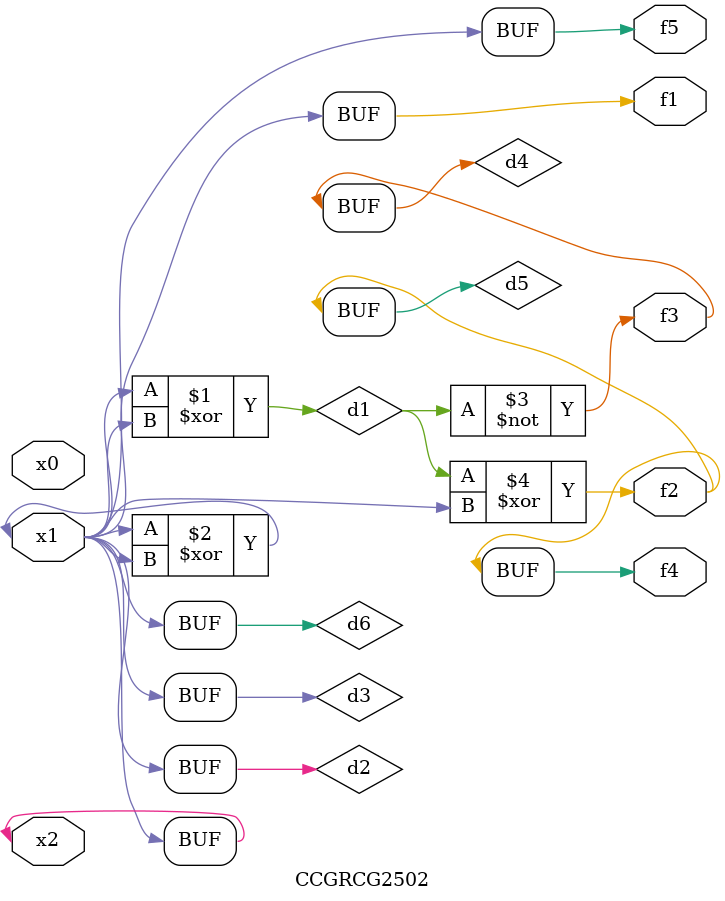
<source format=v>
module CCGRCG2502(
	input x0, x1, x2,
	output f1, f2, f3, f4, f5
);

	wire d1, d2, d3, d4, d5, d6;

	xor (d1, x1, x2);
	buf (d2, x1, x2);
	xor (d3, x1, x2);
	nor (d4, d1);
	xor (d5, d1, d2);
	buf (d6, d2, d3);
	assign f1 = d6;
	assign f2 = d5;
	assign f3 = d4;
	assign f4 = d5;
	assign f5 = d6;
endmodule

</source>
